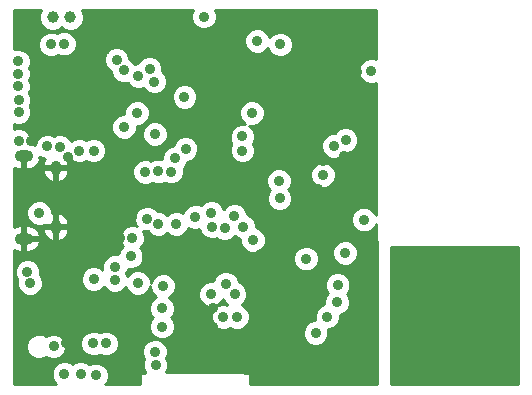
<source format=gbr>
G04 #@! TF.FileFunction,Copper,L2,Inr,Plane*
%FSLAX46Y46*%
G04 Gerber Fmt 4.6, Leading zero omitted, Abs format (unit mm)*
G04 Created by KiCad (PCBNEW (2015-01-16 BZR 5376)-product) date 07/04/2015 12:08:15*
%MOMM*%
G01*
G04 APERTURE LIST*
%ADD10C,0.100000*%
%ADD11O,0.950000X1.250000*%
%ADD12O,1.550000X1.000000*%
%ADD13C,1.000760*%
%ADD14C,0.889000*%
%ADD15C,0.254000*%
G04 APERTURE END LIST*
D10*
D11*
X74200000Y-39000000D03*
X74200000Y-34000000D03*
D12*
X71500000Y-40000000D03*
X71500000Y-33000000D03*
D13*
X73950700Y-21250000D03*
X75449300Y-21250000D03*
D14*
X74025000Y-49125000D03*
X97400000Y-36250000D03*
X74175000Y-42450000D03*
X74900000Y-41825000D03*
X75050000Y-48800000D03*
X100700000Y-48600000D03*
X98650000Y-33000000D03*
X78350000Y-24000000D03*
X76350000Y-29050000D03*
X72100000Y-31750000D03*
X75200000Y-33100000D03*
X82150000Y-21150000D03*
X87500000Y-47450000D03*
X87500000Y-45900000D03*
X93300000Y-45050000D03*
X98900000Y-50000000D03*
X96900000Y-42600000D03*
X87100000Y-31550000D03*
X86800000Y-22550000D03*
X92150000Y-25050000D03*
X91150000Y-21300000D03*
X89350000Y-34550000D03*
X75050000Y-27750000D03*
X71950000Y-23900000D03*
X72275000Y-51475000D03*
X74850000Y-46125000D03*
X71625000Y-35200000D03*
X72700000Y-35200000D03*
X100200000Y-41200000D03*
X91600000Y-41300000D03*
X87300000Y-34550000D03*
X87650000Y-50750000D03*
X79225000Y-46150000D03*
X96150000Y-25200000D03*
X96850000Y-33450000D03*
X99700000Y-25900000D03*
X98800000Y-49000000D03*
X75625000Y-35200000D03*
X79625000Y-39975000D03*
X97650000Y-29650000D03*
X89450000Y-22350000D03*
X96400000Y-35800000D03*
X80800000Y-50500000D03*
X100750000Y-21350000D03*
X72800000Y-37825000D03*
X77400000Y-43425000D03*
X96200000Y-48000000D03*
X97200000Y-46600000D03*
X71800000Y-42825000D03*
X72025000Y-43775000D03*
X83200000Y-45900000D03*
X85100000Y-28000000D03*
X100900000Y-25800000D03*
X100300000Y-38400000D03*
X84400000Y-38775000D03*
X93200000Y-23550000D03*
X86750000Y-21200000D03*
X98750000Y-31650000D03*
X83200000Y-47450000D03*
X77400000Y-32550000D03*
X76200000Y-32550000D03*
X71050000Y-31750000D03*
X79350000Y-24850000D03*
X95400000Y-41700000D03*
X98700000Y-41200000D03*
X90900000Y-40125000D03*
X82150000Y-25600000D03*
X86000000Y-38150000D03*
X71050000Y-28250000D03*
X71050000Y-29300000D03*
X73800000Y-23550000D03*
X74900000Y-23500000D03*
X98000000Y-45400000D03*
X98075000Y-43925000D03*
X88500000Y-39125000D03*
X87350000Y-44700000D03*
X89350000Y-44700000D03*
X87450000Y-38975000D03*
X87375000Y-37825000D03*
X82875000Y-38750000D03*
X81950000Y-38300000D03*
X97750000Y-32150000D03*
X96850000Y-34600000D03*
X82600000Y-31150000D03*
X82550000Y-26700000D03*
X80000000Y-30550000D03*
X79950000Y-25750000D03*
X82900000Y-34300000D03*
X80550000Y-41500000D03*
X76300000Y-51450000D03*
X80700000Y-39950000D03*
X81775000Y-34350000D03*
X74925000Y-51450000D03*
X77375000Y-48875000D03*
X82625000Y-49575000D03*
X88400000Y-46625000D03*
X89325000Y-38075000D03*
X81150000Y-43750000D03*
X77625000Y-51575000D03*
X84000000Y-34325000D03*
X90800000Y-29350000D03*
X91250000Y-23250000D03*
X81100000Y-29350000D03*
X81200000Y-26250000D03*
X71000000Y-27100000D03*
X71000000Y-25000000D03*
X71000000Y-26050000D03*
X73500000Y-32200000D03*
X74550000Y-32250000D03*
X88600000Y-43800000D03*
X83300000Y-44000000D03*
X89550000Y-46625000D03*
X82650000Y-50700000D03*
X78475000Y-48875000D03*
X90050000Y-38975000D03*
X79200000Y-42400000D03*
X84300000Y-33200000D03*
X79200000Y-43500000D03*
X85200000Y-32400000D03*
X90000000Y-31350000D03*
X90000000Y-32550000D03*
X93100000Y-35100000D03*
X93150000Y-36600000D03*
D15*
G36*
X101373000Y-52315000D02*
X99779687Y-52315000D01*
X99779687Y-40986216D01*
X99615689Y-40589311D01*
X99312286Y-40285378D01*
X98915668Y-40120687D01*
X98486216Y-40120313D01*
X98089311Y-40284311D01*
X97929687Y-40443656D01*
X97929687Y-34386216D01*
X97765689Y-33989311D01*
X97462286Y-33685378D01*
X97065668Y-33520687D01*
X96636216Y-33520313D01*
X96239311Y-33684311D01*
X95935378Y-33987714D01*
X95770687Y-34384332D01*
X95770313Y-34813784D01*
X95934311Y-35210689D01*
X96237714Y-35514622D01*
X96634332Y-35679313D01*
X97063784Y-35679687D01*
X97460689Y-35515689D01*
X97764622Y-35212286D01*
X97929313Y-34815668D01*
X97929687Y-34386216D01*
X97929687Y-40443656D01*
X97785378Y-40587714D01*
X97620687Y-40984332D01*
X97620313Y-41413784D01*
X97784311Y-41810689D01*
X98087714Y-42114622D01*
X98484332Y-42279313D01*
X98913784Y-42279687D01*
X99310689Y-42115689D01*
X99614622Y-41812286D01*
X99779313Y-41415668D01*
X99779687Y-40986216D01*
X99779687Y-52315000D01*
X99154687Y-52315000D01*
X99154687Y-43711216D01*
X98990689Y-43314311D01*
X98687286Y-43010378D01*
X98290668Y-42845687D01*
X97861216Y-42845313D01*
X97464311Y-43009311D01*
X97160378Y-43312714D01*
X96995687Y-43709332D01*
X96995313Y-44138784D01*
X97159311Y-44535689D01*
X97248421Y-44624954D01*
X97085378Y-44787714D01*
X96920687Y-45184332D01*
X96920370Y-45547519D01*
X96589311Y-45684311D01*
X96479687Y-45793743D01*
X96479687Y-41486216D01*
X96315689Y-41089311D01*
X96012286Y-40785378D01*
X95615668Y-40620687D01*
X95186216Y-40620313D01*
X94789311Y-40784311D01*
X94485378Y-41087714D01*
X94320687Y-41484332D01*
X94320313Y-41913784D01*
X94484311Y-42310689D01*
X94787714Y-42614622D01*
X95184332Y-42779313D01*
X95613784Y-42779687D01*
X96010689Y-42615689D01*
X96314622Y-42312286D01*
X96479313Y-41915668D01*
X96479687Y-41486216D01*
X96479687Y-45793743D01*
X96285378Y-45987714D01*
X96120687Y-46384332D01*
X96120313Y-46813784D01*
X96164394Y-46920468D01*
X95986216Y-46920313D01*
X95589311Y-47084311D01*
X95285378Y-47387714D01*
X95120687Y-47784332D01*
X95120313Y-48213784D01*
X95284311Y-48610689D01*
X95587714Y-48914622D01*
X95984332Y-49079313D01*
X96413784Y-49079687D01*
X96810689Y-48915689D01*
X97114622Y-48612286D01*
X97279313Y-48215668D01*
X97279687Y-47786216D01*
X97235605Y-47679531D01*
X97413784Y-47679687D01*
X97810689Y-47515689D01*
X98114622Y-47212286D01*
X98279313Y-46815668D01*
X98279629Y-46452480D01*
X98610689Y-46315689D01*
X98914622Y-46012286D01*
X99079313Y-45615668D01*
X99079687Y-45186216D01*
X98915689Y-44789311D01*
X98826578Y-44700045D01*
X98989622Y-44537286D01*
X99154313Y-44140668D01*
X99154687Y-43711216D01*
X99154687Y-52315000D01*
X94279687Y-52315000D01*
X94279687Y-23336216D01*
X94115689Y-22939311D01*
X93812286Y-22635378D01*
X93415668Y-22470687D01*
X92986216Y-22470313D01*
X92589311Y-22634311D01*
X92287932Y-22935163D01*
X92165689Y-22639311D01*
X91862286Y-22335378D01*
X91465668Y-22170687D01*
X91036216Y-22170313D01*
X90639311Y-22334311D01*
X90335378Y-22637714D01*
X90170687Y-23034332D01*
X90170313Y-23463784D01*
X90334311Y-23860689D01*
X90637714Y-24164622D01*
X91034332Y-24329313D01*
X91463784Y-24329687D01*
X91860689Y-24165689D01*
X92162067Y-23864836D01*
X92284311Y-24160689D01*
X92587714Y-24464622D01*
X92984332Y-24629313D01*
X93413784Y-24629687D01*
X93810689Y-24465689D01*
X94114622Y-24162286D01*
X94279313Y-23765668D01*
X94279687Y-23336216D01*
X94279687Y-52315000D01*
X94229687Y-52315000D01*
X94229687Y-36386216D01*
X94065689Y-35989311D01*
X93901687Y-35825023D01*
X94014622Y-35712286D01*
X94179313Y-35315668D01*
X94179687Y-34886216D01*
X94015689Y-34489311D01*
X93712286Y-34185378D01*
X93315668Y-34020687D01*
X92886216Y-34020313D01*
X92489311Y-34184311D01*
X92185378Y-34487714D01*
X92020687Y-34884332D01*
X92020313Y-35313784D01*
X92184311Y-35710689D01*
X92348312Y-35874976D01*
X92235378Y-35987714D01*
X92070687Y-36384332D01*
X92070313Y-36813784D01*
X92234311Y-37210689D01*
X92537714Y-37514622D01*
X92934332Y-37679313D01*
X93363784Y-37679687D01*
X93760689Y-37515689D01*
X94064622Y-37212286D01*
X94229313Y-36815668D01*
X94229687Y-36386216D01*
X94229687Y-52315000D01*
X91979687Y-52315000D01*
X91979687Y-39911216D01*
X91879687Y-39669197D01*
X91879687Y-29136216D01*
X91715689Y-28739311D01*
X91412286Y-28435378D01*
X91015668Y-28270687D01*
X90586216Y-28270313D01*
X90189311Y-28434311D01*
X89885378Y-28737714D01*
X89720687Y-29134332D01*
X89720313Y-29563784D01*
X89884311Y-29960689D01*
X90187714Y-30264622D01*
X90202292Y-30270675D01*
X89786216Y-30270313D01*
X89389311Y-30434311D01*
X89085378Y-30737714D01*
X88920687Y-31134332D01*
X88920313Y-31563784D01*
X89080084Y-31950461D01*
X88920687Y-32334332D01*
X88920313Y-32763784D01*
X89084311Y-33160689D01*
X89387714Y-33464622D01*
X89784332Y-33629313D01*
X90213784Y-33629687D01*
X90610689Y-33465689D01*
X90914622Y-33162286D01*
X91079313Y-32765668D01*
X91079687Y-32336216D01*
X90919915Y-31949538D01*
X91079313Y-31565668D01*
X91079687Y-31136216D01*
X90915689Y-30739311D01*
X90612286Y-30435378D01*
X90597707Y-30429324D01*
X91013784Y-30429687D01*
X91410689Y-30265689D01*
X91714622Y-29962286D01*
X91879313Y-29565668D01*
X91879687Y-29136216D01*
X91879687Y-39669197D01*
X91815689Y-39514311D01*
X91512286Y-39210378D01*
X91129434Y-39051403D01*
X91129687Y-38761216D01*
X90965689Y-38364311D01*
X90662286Y-38060378D01*
X90404606Y-37953379D01*
X90404687Y-37861216D01*
X90240689Y-37464311D01*
X89937286Y-37160378D01*
X89540668Y-36995687D01*
X89111216Y-36995313D01*
X88714311Y-37159311D01*
X88410378Y-37462714D01*
X88401831Y-37483296D01*
X88290689Y-37214311D01*
X87987286Y-36910378D01*
X87590668Y-36745687D01*
X87161216Y-36745313D01*
X86764311Y-36909311D01*
X86488969Y-37184172D01*
X86279687Y-37097270D01*
X86279687Y-32186216D01*
X86179687Y-31944197D01*
X86179687Y-27786216D01*
X86015689Y-27389311D01*
X85712286Y-27085378D01*
X85315668Y-26920687D01*
X84886216Y-26920313D01*
X84489311Y-27084311D01*
X84185378Y-27387714D01*
X84020687Y-27784332D01*
X84020313Y-28213784D01*
X84184311Y-28610689D01*
X84487714Y-28914622D01*
X84884332Y-29079313D01*
X85313784Y-29079687D01*
X85710689Y-28915689D01*
X86014622Y-28612286D01*
X86179313Y-28215668D01*
X86179687Y-27786216D01*
X86179687Y-31944197D01*
X86115689Y-31789311D01*
X85812286Y-31485378D01*
X85415668Y-31320687D01*
X84986216Y-31320313D01*
X84589311Y-31484311D01*
X84285378Y-31787714D01*
X84147248Y-32120366D01*
X84086216Y-32120313D01*
X83689311Y-32284311D01*
X83679687Y-32293918D01*
X83679687Y-30936216D01*
X83629687Y-30815206D01*
X83629687Y-26486216D01*
X83465689Y-26089311D01*
X83218505Y-25841695D01*
X83229313Y-25815668D01*
X83229687Y-25386216D01*
X83065689Y-24989311D01*
X82762286Y-24685378D01*
X82365668Y-24520687D01*
X81936216Y-24520313D01*
X81539311Y-24684311D01*
X81235378Y-24987714D01*
X81159493Y-25170463D01*
X80986216Y-25170313D01*
X80894207Y-25208330D01*
X80865689Y-25139311D01*
X80562286Y-24835378D01*
X80429561Y-24780265D01*
X80429687Y-24636216D01*
X80265689Y-24239311D01*
X79962286Y-23935378D01*
X79565668Y-23770687D01*
X79136216Y-23770313D01*
X78739311Y-23934311D01*
X78435378Y-24237714D01*
X78270687Y-24634332D01*
X78270313Y-25063784D01*
X78434311Y-25460689D01*
X78737714Y-25764622D01*
X78870438Y-25819734D01*
X78870313Y-25963784D01*
X79034311Y-26360689D01*
X79337714Y-26664622D01*
X79734332Y-26829313D01*
X80163784Y-26829687D01*
X80255792Y-26791669D01*
X80284311Y-26860689D01*
X80587714Y-27164622D01*
X80984332Y-27329313D01*
X81413784Y-27329687D01*
X81608856Y-27249084D01*
X81634311Y-27310689D01*
X81937714Y-27614622D01*
X82334332Y-27779313D01*
X82763784Y-27779687D01*
X83160689Y-27615689D01*
X83464622Y-27312286D01*
X83629313Y-26915668D01*
X83629687Y-26486216D01*
X83629687Y-30815206D01*
X83515689Y-30539311D01*
X83212286Y-30235378D01*
X82815668Y-30070687D01*
X82386216Y-30070313D01*
X82179687Y-30155649D01*
X82179687Y-29136216D01*
X82015689Y-28739311D01*
X81712286Y-28435378D01*
X81315668Y-28270687D01*
X80886216Y-28270313D01*
X80489311Y-28434311D01*
X80185378Y-28737714D01*
X80020687Y-29134332D01*
X80020394Y-29470516D01*
X79786216Y-29470313D01*
X79389311Y-29634311D01*
X79085378Y-29937714D01*
X78920687Y-30334332D01*
X78920313Y-30763784D01*
X79084311Y-31160689D01*
X79387714Y-31464622D01*
X79784332Y-31629313D01*
X80213784Y-31629687D01*
X80610689Y-31465689D01*
X80914622Y-31162286D01*
X81079313Y-30765668D01*
X81079605Y-30429483D01*
X81313784Y-30429687D01*
X81710689Y-30265689D01*
X82014622Y-29962286D01*
X82179313Y-29565668D01*
X82179687Y-29136216D01*
X82179687Y-30155649D01*
X81989311Y-30234311D01*
X81685378Y-30537714D01*
X81520687Y-30934332D01*
X81520313Y-31363784D01*
X81684311Y-31760689D01*
X81987714Y-32064622D01*
X82384332Y-32229313D01*
X82813784Y-32229687D01*
X83210689Y-32065689D01*
X83514622Y-31762286D01*
X83679313Y-31365668D01*
X83679687Y-30936216D01*
X83679687Y-32293918D01*
X83385378Y-32587714D01*
X83220687Y-32984332D01*
X83220443Y-33264193D01*
X83115668Y-33220687D01*
X82686216Y-33220313D01*
X82289311Y-33384311D01*
X82281964Y-33391644D01*
X81990668Y-33270687D01*
X81561216Y-33270313D01*
X81164311Y-33434311D01*
X80860378Y-33737714D01*
X80695687Y-34134332D01*
X80695313Y-34563784D01*
X80859311Y-34960689D01*
X81162714Y-35264622D01*
X81559332Y-35429313D01*
X81988784Y-35429687D01*
X82385689Y-35265689D01*
X82393035Y-35258355D01*
X82684332Y-35379313D01*
X83113784Y-35379687D01*
X83420160Y-35253094D01*
X83784332Y-35404313D01*
X84213784Y-35404687D01*
X84610689Y-35240689D01*
X84914622Y-34937286D01*
X85079313Y-34540668D01*
X85079687Y-34111216D01*
X85031644Y-33994944D01*
X85214622Y-33812286D01*
X85352751Y-33479633D01*
X85413784Y-33479687D01*
X85810689Y-33315689D01*
X86114622Y-33012286D01*
X86279313Y-32615668D01*
X86279687Y-32186216D01*
X86279687Y-37097270D01*
X86215668Y-37070687D01*
X85786216Y-37070313D01*
X85389311Y-37234311D01*
X85085378Y-37537714D01*
X84960350Y-37838812D01*
X84615668Y-37695687D01*
X84186216Y-37695313D01*
X83789311Y-37859311D01*
X83650001Y-37998377D01*
X83487286Y-37835378D01*
X83090668Y-37670687D01*
X82846885Y-37670474D01*
X82562286Y-37385378D01*
X82165668Y-37220687D01*
X81736216Y-37220313D01*
X81339311Y-37384311D01*
X81035378Y-37687714D01*
X80870687Y-38084332D01*
X80870313Y-38513784D01*
X81034311Y-38910689D01*
X81050104Y-38926510D01*
X80915668Y-38870687D01*
X80486216Y-38870313D01*
X80089311Y-39034311D01*
X79785378Y-39337714D01*
X79620687Y-39734332D01*
X79620313Y-40163784D01*
X79784311Y-40560689D01*
X79873486Y-40650020D01*
X79635378Y-40887714D01*
X79470687Y-41284332D01*
X79470635Y-41343511D01*
X79415668Y-41320687D01*
X78986216Y-41320313D01*
X78589311Y-41484311D01*
X78285378Y-41787714D01*
X78120687Y-42184332D01*
X78120313Y-42613784D01*
X78123703Y-42621990D01*
X78012286Y-42510378D01*
X77615668Y-42345687D01*
X77186216Y-42345313D01*
X76789311Y-42509311D01*
X76485378Y-42812714D01*
X76320687Y-43209332D01*
X76320313Y-43638784D01*
X76484311Y-44035689D01*
X76787714Y-44339622D01*
X77184332Y-44504313D01*
X77613784Y-44504687D01*
X78010689Y-44340689D01*
X78271689Y-44080143D01*
X78284311Y-44110689D01*
X78587714Y-44414622D01*
X78984332Y-44579313D01*
X79413784Y-44579687D01*
X79810689Y-44415689D01*
X80114622Y-44112286D01*
X80123168Y-44091703D01*
X80234311Y-44360689D01*
X80537714Y-44664622D01*
X80934332Y-44829313D01*
X81363784Y-44829687D01*
X81760689Y-44665689D01*
X82064622Y-44362286D01*
X82220510Y-43986866D01*
X82220313Y-44213784D01*
X82384311Y-44610689D01*
X82687714Y-44914622D01*
X82722755Y-44929172D01*
X82589311Y-44984311D01*
X82285378Y-45287714D01*
X82120687Y-45684332D01*
X82120313Y-46113784D01*
X82284311Y-46510689D01*
X82448355Y-46675020D01*
X82285378Y-46837714D01*
X82120687Y-47234332D01*
X82120313Y-47663784D01*
X82284311Y-48060689D01*
X82587714Y-48364622D01*
X82984332Y-48529313D01*
X83413784Y-48529687D01*
X83810689Y-48365689D01*
X84114622Y-48062286D01*
X84279313Y-47665668D01*
X84279687Y-47236216D01*
X84115689Y-46839311D01*
X83951644Y-46674979D01*
X84114622Y-46512286D01*
X84279313Y-46115668D01*
X84279687Y-45686216D01*
X84115689Y-45289311D01*
X83812286Y-44985378D01*
X83777244Y-44970827D01*
X83910689Y-44915689D01*
X84214622Y-44612286D01*
X84379313Y-44215668D01*
X84379687Y-43786216D01*
X84215689Y-43389311D01*
X83912286Y-43085378D01*
X83515668Y-42920687D01*
X83086216Y-42920313D01*
X82689311Y-43084311D01*
X82385378Y-43387714D01*
X82229489Y-43763133D01*
X82229687Y-43536216D01*
X82065689Y-43139311D01*
X81762286Y-42835378D01*
X81365668Y-42670687D01*
X80936216Y-42670313D01*
X80539311Y-42834311D01*
X80235378Y-43137714D01*
X80226831Y-43158296D01*
X80140625Y-42949662D01*
X80279313Y-42615668D01*
X80279364Y-42556488D01*
X80334332Y-42579313D01*
X80763784Y-42579687D01*
X81160689Y-42415689D01*
X81464622Y-42112286D01*
X81629313Y-41715668D01*
X81629687Y-41286216D01*
X81465689Y-40889311D01*
X81376513Y-40799979D01*
X81614622Y-40562286D01*
X81779313Y-40165668D01*
X81779687Y-39736216D01*
X81615689Y-39339311D01*
X81599895Y-39323489D01*
X81734332Y-39379313D01*
X81978114Y-39379525D01*
X82262714Y-39664622D01*
X82659332Y-39829313D01*
X83088784Y-39829687D01*
X83485689Y-39665689D01*
X83624998Y-39526622D01*
X83787714Y-39689622D01*
X84184332Y-39854313D01*
X84613784Y-39854687D01*
X85010689Y-39690689D01*
X85314622Y-39387286D01*
X85439649Y-39086187D01*
X85784332Y-39229313D01*
X86213784Y-39229687D01*
X86370333Y-39165001D01*
X86370313Y-39188784D01*
X86534311Y-39585689D01*
X86837714Y-39889622D01*
X87234332Y-40054313D01*
X87663784Y-40054687D01*
X87832968Y-39984781D01*
X87887714Y-40039622D01*
X88284332Y-40204313D01*
X88713784Y-40204687D01*
X89110689Y-40040689D01*
X89350020Y-39801775D01*
X89437714Y-39889622D01*
X89820565Y-40048596D01*
X89820313Y-40338784D01*
X89984311Y-40735689D01*
X90287714Y-41039622D01*
X90684332Y-41204313D01*
X91113784Y-41204687D01*
X91510689Y-41040689D01*
X91814622Y-40737286D01*
X91979313Y-40340668D01*
X91979687Y-39911216D01*
X91979687Y-52315000D01*
X90685000Y-52315000D01*
X90685000Y-52000000D01*
X90632857Y-51737862D01*
X90629687Y-51733117D01*
X90629687Y-46411216D01*
X90465689Y-46014311D01*
X90162286Y-45710378D01*
X89947437Y-45621164D01*
X89960689Y-45615689D01*
X90264622Y-45312286D01*
X90429313Y-44915668D01*
X90429687Y-44486216D01*
X90265689Y-44089311D01*
X89962286Y-43785378D01*
X89679615Y-43668002D01*
X89679687Y-43586216D01*
X89515689Y-43189311D01*
X89212286Y-42885378D01*
X88815668Y-42720687D01*
X88386216Y-42720313D01*
X87989311Y-42884311D01*
X87685378Y-43187714D01*
X87520687Y-43584332D01*
X87520655Y-43620647D01*
X87136216Y-43620313D01*
X86739311Y-43784311D01*
X86435378Y-44087714D01*
X86270687Y-44484332D01*
X86270313Y-44913784D01*
X86434311Y-45310689D01*
X86737714Y-45614622D01*
X87134332Y-45779313D01*
X87563784Y-45779687D01*
X87960689Y-45615689D01*
X88264622Y-45312286D01*
X88350006Y-45106657D01*
X88434311Y-45310689D01*
X88706586Y-45583439D01*
X88615668Y-45545687D01*
X88186216Y-45545313D01*
X87789311Y-45709311D01*
X87485378Y-46012714D01*
X87320687Y-46409332D01*
X87320313Y-46838784D01*
X87484311Y-47235689D01*
X87787714Y-47539622D01*
X88184332Y-47704313D01*
X88613784Y-47704687D01*
X88975399Y-47555270D01*
X89334332Y-47704313D01*
X89763784Y-47704687D01*
X90160689Y-47540689D01*
X90464622Y-47237286D01*
X90629313Y-46840668D01*
X90629687Y-46411216D01*
X90629687Y-51733117D01*
X90627000Y-51729096D01*
X90627000Y-51373000D01*
X90270903Y-51373000D01*
X90262138Y-51367143D01*
X90000000Y-51315000D01*
X83561903Y-51315000D01*
X83564622Y-51312286D01*
X83729313Y-50915668D01*
X83729687Y-50486216D01*
X83572978Y-50106953D01*
X83704313Y-49790668D01*
X83704687Y-49361216D01*
X83540689Y-48964311D01*
X83237286Y-48660378D01*
X82840668Y-48495687D01*
X82411216Y-48495313D01*
X82014311Y-48659311D01*
X81710378Y-48962714D01*
X81545687Y-49359332D01*
X81545313Y-49788784D01*
X81702021Y-50168046D01*
X81570687Y-50484332D01*
X81570313Y-50913784D01*
X81734311Y-51310689D01*
X81781918Y-51358379D01*
X81737862Y-51367143D01*
X81729096Y-51373000D01*
X81373000Y-51373000D01*
X81373000Y-51729096D01*
X81367143Y-51737862D01*
X81315000Y-52000000D01*
X81315000Y-52315000D01*
X79554687Y-52315000D01*
X79554687Y-48661216D01*
X79390689Y-48264311D01*
X79087286Y-47960378D01*
X78690668Y-47795687D01*
X78261216Y-47795313D01*
X77924662Y-47934374D01*
X77590668Y-47795687D01*
X77161216Y-47795313D01*
X76764311Y-47959311D01*
X76460378Y-48262714D01*
X76295687Y-48659332D01*
X76295313Y-49088784D01*
X76459311Y-49485689D01*
X76762714Y-49789622D01*
X77159332Y-49954313D01*
X77588784Y-49954687D01*
X77925337Y-49815625D01*
X78259332Y-49954313D01*
X78688784Y-49954687D01*
X79085689Y-49790689D01*
X79389622Y-49487286D01*
X79554313Y-49090668D01*
X79554687Y-48661216D01*
X79554687Y-52315000D01*
X78411684Y-52315000D01*
X78539622Y-52187286D01*
X78704313Y-51790668D01*
X78704687Y-51361216D01*
X78540689Y-50964311D01*
X78237286Y-50660378D01*
X77840668Y-50495687D01*
X77411216Y-50495313D01*
X77029668Y-50652965D01*
X76912286Y-50535378D01*
X76515668Y-50370687D01*
X76086216Y-50370313D01*
X75689311Y-50534311D01*
X75612632Y-50610855D01*
X75537286Y-50535378D01*
X75301229Y-50437358D01*
X75301229Y-39301131D01*
X75301229Y-38698869D01*
X75301229Y-34301131D01*
X75152563Y-34127000D01*
X74327000Y-34127000D01*
X74327000Y-35092734D01*
X74497938Y-35219268D01*
X74871821Y-35035552D01*
X75159568Y-34711049D01*
X75301229Y-34301131D01*
X75301229Y-38698869D01*
X75159568Y-38288951D01*
X74871821Y-37964448D01*
X74497938Y-37780732D01*
X74327000Y-37907266D01*
X74327000Y-38873000D01*
X75152563Y-38873000D01*
X75301229Y-38698869D01*
X75301229Y-39301131D01*
X75152563Y-39127000D01*
X74327000Y-39127000D01*
X74327000Y-40092734D01*
X74497938Y-40219268D01*
X74871821Y-40035552D01*
X75159568Y-39711049D01*
X75301229Y-39301131D01*
X75301229Y-50437358D01*
X75140668Y-50370687D01*
X75104687Y-50370655D01*
X75104687Y-48911216D01*
X74940689Y-48514311D01*
X74637286Y-48210378D01*
X74240668Y-48045687D01*
X74073000Y-48045540D01*
X74073000Y-40092734D01*
X74073000Y-39127000D01*
X74073000Y-38873000D01*
X74073000Y-37907266D01*
X74073000Y-35092734D01*
X74073000Y-34127000D01*
X73247437Y-34127000D01*
X73098771Y-34301131D01*
X73240432Y-34711049D01*
X73528179Y-35035552D01*
X73902062Y-35219268D01*
X74073000Y-35092734D01*
X74073000Y-37907266D01*
X73902062Y-37780732D01*
X73879529Y-37791803D01*
X73879687Y-37611216D01*
X73715689Y-37214311D01*
X73412286Y-36910378D01*
X73015668Y-36745687D01*
X72869119Y-36745559D01*
X72586216Y-36745313D01*
X72189311Y-36909311D01*
X71885378Y-37212714D01*
X71720687Y-37609332D01*
X71720313Y-38038784D01*
X71884311Y-38435689D01*
X72187714Y-38739622D01*
X72584332Y-38904313D01*
X73013784Y-38904687D01*
X73206504Y-38825056D01*
X73247437Y-38873000D01*
X74073000Y-38873000D01*
X74073000Y-39127000D01*
X73247437Y-39127000D01*
X73098771Y-39301131D01*
X73240432Y-39711049D01*
X73528179Y-40035552D01*
X73902062Y-40219268D01*
X74073000Y-40092734D01*
X74073000Y-48045540D01*
X73811216Y-48045313D01*
X73414311Y-48209311D01*
X73400241Y-48223356D01*
X73387286Y-48210378D01*
X73104687Y-48093032D01*
X73104687Y-43561216D01*
X72940689Y-43164311D01*
X72861084Y-43084567D01*
X72879313Y-43040668D01*
X72879687Y-42611216D01*
X72869119Y-42585639D01*
X72869119Y-40301874D01*
X72869119Y-39698126D01*
X72667368Y-39287237D01*
X72326678Y-38999998D01*
X71902000Y-38865000D01*
X71627000Y-38865000D01*
X71627000Y-39873000D01*
X72742954Y-39873000D01*
X72869119Y-39698126D01*
X72869119Y-40301874D01*
X72742954Y-40127000D01*
X71627000Y-40127000D01*
X71627000Y-41135000D01*
X71902000Y-41135000D01*
X72326678Y-41000002D01*
X72667368Y-40712763D01*
X72869119Y-40301874D01*
X72869119Y-42585639D01*
X72715689Y-42214311D01*
X72412286Y-41910378D01*
X72015668Y-41745687D01*
X71586216Y-41745313D01*
X71189311Y-41909311D01*
X70885378Y-42212714D01*
X70720687Y-42609332D01*
X70720313Y-43038784D01*
X70884311Y-43435689D01*
X70963915Y-43515432D01*
X70945687Y-43559332D01*
X70945313Y-43988784D01*
X71109311Y-44385689D01*
X71412714Y-44689622D01*
X71809332Y-44854313D01*
X72238784Y-44854687D01*
X72635689Y-44690689D01*
X72939622Y-44387286D01*
X73104313Y-43990668D01*
X73104687Y-43561216D01*
X73104687Y-48093032D01*
X72990668Y-48045687D01*
X72561216Y-48045313D01*
X72164311Y-48209311D01*
X71860378Y-48512714D01*
X71695687Y-48909332D01*
X71695313Y-49338784D01*
X71859311Y-49735689D01*
X72162714Y-50039622D01*
X72559332Y-50204313D01*
X72988784Y-50204687D01*
X73385689Y-50040689D01*
X73399758Y-50026643D01*
X73412714Y-50039622D01*
X73809332Y-50204313D01*
X74238784Y-50204687D01*
X74635689Y-50040689D01*
X74939622Y-49737286D01*
X75104313Y-49340668D01*
X75104687Y-48911216D01*
X75104687Y-50370655D01*
X74711216Y-50370313D01*
X74314311Y-50534311D01*
X74010378Y-50837714D01*
X73845687Y-51234332D01*
X73845313Y-51663784D01*
X74009311Y-52060689D01*
X74263178Y-52315000D01*
X70685000Y-52315000D01*
X70685000Y-41003714D01*
X71098000Y-41135000D01*
X71373000Y-41135000D01*
X71373000Y-40127000D01*
X71353000Y-40127000D01*
X71353000Y-39873000D01*
X71373000Y-39873000D01*
X71373000Y-38865000D01*
X71098000Y-38865000D01*
X70685000Y-38996285D01*
X70685000Y-34003714D01*
X71098000Y-34135000D01*
X71373000Y-34135000D01*
X71373000Y-33127000D01*
X71353000Y-33127000D01*
X71353000Y-32873000D01*
X71373000Y-32873000D01*
X71373000Y-32853000D01*
X71627000Y-32853000D01*
X71627000Y-32873000D01*
X71647000Y-32873000D01*
X71647000Y-33127000D01*
X71627000Y-33127000D01*
X71627000Y-34135000D01*
X71902000Y-34135000D01*
X72326678Y-34000002D01*
X72667368Y-33712763D01*
X72869119Y-33301874D01*
X72742955Y-33127002D01*
X72910000Y-33127002D01*
X72910000Y-33123875D01*
X73258492Y-33268583D01*
X73240432Y-33288951D01*
X73098771Y-33698869D01*
X73247437Y-33873000D01*
X74073000Y-33873000D01*
X74073000Y-33853000D01*
X74327000Y-33853000D01*
X74327000Y-33873000D01*
X75152563Y-33873000D01*
X75301229Y-33698869D01*
X75159568Y-33288951D01*
X75079876Y-33199080D01*
X75160689Y-33165689D01*
X75249673Y-33076859D01*
X75284311Y-33160689D01*
X75587714Y-33464622D01*
X75984332Y-33629313D01*
X76413784Y-33629687D01*
X76800461Y-33469915D01*
X77184332Y-33629313D01*
X77613784Y-33629687D01*
X78010689Y-33465689D01*
X78314622Y-33162286D01*
X78479313Y-32765668D01*
X78479687Y-32336216D01*
X78315689Y-31939311D01*
X78012286Y-31635378D01*
X77615668Y-31470687D01*
X77186216Y-31470313D01*
X76799538Y-31630084D01*
X76415668Y-31470687D01*
X75986216Y-31470313D01*
X75979687Y-31473010D01*
X75979687Y-23286216D01*
X75815689Y-22889311D01*
X75512286Y-22585378D01*
X75115668Y-22420687D01*
X74686216Y-22420313D01*
X74289311Y-22584311D01*
X74289308Y-22584313D01*
X74015668Y-22470687D01*
X73586216Y-22470313D01*
X73189311Y-22634311D01*
X72885378Y-22937714D01*
X72720687Y-23334332D01*
X72720313Y-23763784D01*
X72884311Y-24160689D01*
X73187714Y-24464622D01*
X73584332Y-24629313D01*
X74013784Y-24629687D01*
X74410689Y-24465689D01*
X74410691Y-24465686D01*
X74684332Y-24579313D01*
X75113784Y-24579687D01*
X75510689Y-24415689D01*
X75814622Y-24112286D01*
X75979313Y-23715668D01*
X75979687Y-23286216D01*
X75979687Y-31473010D01*
X75589311Y-31634311D01*
X75500326Y-31723140D01*
X75465689Y-31639311D01*
X75162286Y-31335378D01*
X74765668Y-31170687D01*
X74336216Y-31170313D01*
X74085079Y-31274080D01*
X73715668Y-31120687D01*
X73286216Y-31120313D01*
X72889311Y-31284311D01*
X72585378Y-31587714D01*
X72420687Y-31984332D01*
X72420604Y-32079188D01*
X72326678Y-31999998D01*
X72129337Y-31937266D01*
X72129687Y-31536216D01*
X71965689Y-31139311D01*
X71662286Y-30835378D01*
X71265668Y-30670687D01*
X70836216Y-30670313D01*
X70685000Y-30732794D01*
X70685000Y-30317304D01*
X70834332Y-30379313D01*
X71263784Y-30379687D01*
X71660689Y-30215689D01*
X71964622Y-29912286D01*
X72129313Y-29515668D01*
X72129687Y-29086216D01*
X72000981Y-28774724D01*
X72129313Y-28465668D01*
X72129687Y-28036216D01*
X71965689Y-27639311D01*
X71951024Y-27624620D01*
X72079313Y-27315668D01*
X72079687Y-26886216D01*
X71950981Y-26574724D01*
X72079313Y-26265668D01*
X72079687Y-25836216D01*
X71950981Y-25524724D01*
X72079313Y-25215668D01*
X72079687Y-24786216D01*
X71915689Y-24389311D01*
X71612286Y-24085378D01*
X71215668Y-23920687D01*
X70786216Y-23920313D01*
X70685000Y-23962134D01*
X70685000Y-20685000D01*
X72955937Y-20685000D01*
X72815518Y-21023168D01*
X72815124Y-21474850D01*
X72987611Y-21892301D01*
X73306719Y-22211967D01*
X73723868Y-22385182D01*
X74175550Y-22385576D01*
X74593001Y-22213089D01*
X74699906Y-22106370D01*
X74805319Y-22211967D01*
X75222468Y-22385182D01*
X75674150Y-22385576D01*
X76091601Y-22213089D01*
X76411267Y-21893981D01*
X76584482Y-21476832D01*
X76584876Y-21025150D01*
X76444329Y-20685000D01*
X85794981Y-20685000D01*
X85670687Y-20984332D01*
X85670313Y-21413784D01*
X85834311Y-21810689D01*
X86137714Y-22114622D01*
X86534332Y-22279313D01*
X86963784Y-22279687D01*
X87360689Y-22115689D01*
X87664622Y-21812286D01*
X87829313Y-21415668D01*
X87829687Y-20986216D01*
X87705226Y-20685000D01*
X101315000Y-20685000D01*
X101315000Y-24803457D01*
X101115668Y-24720687D01*
X100686216Y-24720313D01*
X100289311Y-24884311D01*
X99985378Y-25187714D01*
X99820687Y-25584332D01*
X99820313Y-26013784D01*
X99984311Y-26410689D01*
X100287714Y-26714622D01*
X100684332Y-26879313D01*
X101113784Y-26879687D01*
X101315000Y-26796546D01*
X101315000Y-38029661D01*
X101215689Y-37789311D01*
X100912286Y-37485378D01*
X100515668Y-37320687D01*
X100086216Y-37320313D01*
X99829687Y-37426308D01*
X99829687Y-31436216D01*
X99665689Y-31039311D01*
X99362286Y-30735378D01*
X98965668Y-30570687D01*
X98536216Y-30570313D01*
X98139311Y-30734311D01*
X97835378Y-31037714D01*
X97821738Y-31070561D01*
X97536216Y-31070313D01*
X97139311Y-31234311D01*
X96835378Y-31537714D01*
X96670687Y-31934332D01*
X96670313Y-32363784D01*
X96834311Y-32760689D01*
X97137714Y-33064622D01*
X97534332Y-33229313D01*
X97963784Y-33229687D01*
X98360689Y-33065689D01*
X98664622Y-32762286D01*
X98678261Y-32729438D01*
X98963784Y-32729687D01*
X99360689Y-32565689D01*
X99664622Y-32262286D01*
X99829313Y-31865668D01*
X99829687Y-31436216D01*
X99829687Y-37426308D01*
X99689311Y-37484311D01*
X99385378Y-37787714D01*
X99220687Y-38184332D01*
X99220313Y-38613784D01*
X99384311Y-39010689D01*
X99687714Y-39314622D01*
X100084332Y-39479313D01*
X100513784Y-39479687D01*
X100910689Y-39315689D01*
X101214622Y-39012286D01*
X101315000Y-38770550D01*
X101315000Y-40000000D01*
X101367143Y-40262138D01*
X101373000Y-40270903D01*
X101373000Y-52315000D01*
X101373000Y-52315000D01*
G37*
X101373000Y-52315000D02*
X99779687Y-52315000D01*
X99779687Y-40986216D01*
X99615689Y-40589311D01*
X99312286Y-40285378D01*
X98915668Y-40120687D01*
X98486216Y-40120313D01*
X98089311Y-40284311D01*
X97929687Y-40443656D01*
X97929687Y-34386216D01*
X97765689Y-33989311D01*
X97462286Y-33685378D01*
X97065668Y-33520687D01*
X96636216Y-33520313D01*
X96239311Y-33684311D01*
X95935378Y-33987714D01*
X95770687Y-34384332D01*
X95770313Y-34813784D01*
X95934311Y-35210689D01*
X96237714Y-35514622D01*
X96634332Y-35679313D01*
X97063784Y-35679687D01*
X97460689Y-35515689D01*
X97764622Y-35212286D01*
X97929313Y-34815668D01*
X97929687Y-34386216D01*
X97929687Y-40443656D01*
X97785378Y-40587714D01*
X97620687Y-40984332D01*
X97620313Y-41413784D01*
X97784311Y-41810689D01*
X98087714Y-42114622D01*
X98484332Y-42279313D01*
X98913784Y-42279687D01*
X99310689Y-42115689D01*
X99614622Y-41812286D01*
X99779313Y-41415668D01*
X99779687Y-40986216D01*
X99779687Y-52315000D01*
X99154687Y-52315000D01*
X99154687Y-43711216D01*
X98990689Y-43314311D01*
X98687286Y-43010378D01*
X98290668Y-42845687D01*
X97861216Y-42845313D01*
X97464311Y-43009311D01*
X97160378Y-43312714D01*
X96995687Y-43709332D01*
X96995313Y-44138784D01*
X97159311Y-44535689D01*
X97248421Y-44624954D01*
X97085378Y-44787714D01*
X96920687Y-45184332D01*
X96920370Y-45547519D01*
X96589311Y-45684311D01*
X96479687Y-45793743D01*
X96479687Y-41486216D01*
X96315689Y-41089311D01*
X96012286Y-40785378D01*
X95615668Y-40620687D01*
X95186216Y-40620313D01*
X94789311Y-40784311D01*
X94485378Y-41087714D01*
X94320687Y-41484332D01*
X94320313Y-41913784D01*
X94484311Y-42310689D01*
X94787714Y-42614622D01*
X95184332Y-42779313D01*
X95613784Y-42779687D01*
X96010689Y-42615689D01*
X96314622Y-42312286D01*
X96479313Y-41915668D01*
X96479687Y-41486216D01*
X96479687Y-45793743D01*
X96285378Y-45987714D01*
X96120687Y-46384332D01*
X96120313Y-46813784D01*
X96164394Y-46920468D01*
X95986216Y-46920313D01*
X95589311Y-47084311D01*
X95285378Y-47387714D01*
X95120687Y-47784332D01*
X95120313Y-48213784D01*
X95284311Y-48610689D01*
X95587714Y-48914622D01*
X95984332Y-49079313D01*
X96413784Y-49079687D01*
X96810689Y-48915689D01*
X97114622Y-48612286D01*
X97279313Y-48215668D01*
X97279687Y-47786216D01*
X97235605Y-47679531D01*
X97413784Y-47679687D01*
X97810689Y-47515689D01*
X98114622Y-47212286D01*
X98279313Y-46815668D01*
X98279629Y-46452480D01*
X98610689Y-46315689D01*
X98914622Y-46012286D01*
X99079313Y-45615668D01*
X99079687Y-45186216D01*
X98915689Y-44789311D01*
X98826578Y-44700045D01*
X98989622Y-44537286D01*
X99154313Y-44140668D01*
X99154687Y-43711216D01*
X99154687Y-52315000D01*
X94279687Y-52315000D01*
X94279687Y-23336216D01*
X94115689Y-22939311D01*
X93812286Y-22635378D01*
X93415668Y-22470687D01*
X92986216Y-22470313D01*
X92589311Y-22634311D01*
X92287932Y-22935163D01*
X92165689Y-22639311D01*
X91862286Y-22335378D01*
X91465668Y-22170687D01*
X91036216Y-22170313D01*
X90639311Y-22334311D01*
X90335378Y-22637714D01*
X90170687Y-23034332D01*
X90170313Y-23463784D01*
X90334311Y-23860689D01*
X90637714Y-24164622D01*
X91034332Y-24329313D01*
X91463784Y-24329687D01*
X91860689Y-24165689D01*
X92162067Y-23864836D01*
X92284311Y-24160689D01*
X92587714Y-24464622D01*
X92984332Y-24629313D01*
X93413784Y-24629687D01*
X93810689Y-24465689D01*
X94114622Y-24162286D01*
X94279313Y-23765668D01*
X94279687Y-23336216D01*
X94279687Y-52315000D01*
X94229687Y-52315000D01*
X94229687Y-36386216D01*
X94065689Y-35989311D01*
X93901687Y-35825023D01*
X94014622Y-35712286D01*
X94179313Y-35315668D01*
X94179687Y-34886216D01*
X94015689Y-34489311D01*
X93712286Y-34185378D01*
X93315668Y-34020687D01*
X92886216Y-34020313D01*
X92489311Y-34184311D01*
X92185378Y-34487714D01*
X92020687Y-34884332D01*
X92020313Y-35313784D01*
X92184311Y-35710689D01*
X92348312Y-35874976D01*
X92235378Y-35987714D01*
X92070687Y-36384332D01*
X92070313Y-36813784D01*
X92234311Y-37210689D01*
X92537714Y-37514622D01*
X92934332Y-37679313D01*
X93363784Y-37679687D01*
X93760689Y-37515689D01*
X94064622Y-37212286D01*
X94229313Y-36815668D01*
X94229687Y-36386216D01*
X94229687Y-52315000D01*
X91979687Y-52315000D01*
X91979687Y-39911216D01*
X91879687Y-39669197D01*
X91879687Y-29136216D01*
X91715689Y-28739311D01*
X91412286Y-28435378D01*
X91015668Y-28270687D01*
X90586216Y-28270313D01*
X90189311Y-28434311D01*
X89885378Y-28737714D01*
X89720687Y-29134332D01*
X89720313Y-29563784D01*
X89884311Y-29960689D01*
X90187714Y-30264622D01*
X90202292Y-30270675D01*
X89786216Y-30270313D01*
X89389311Y-30434311D01*
X89085378Y-30737714D01*
X88920687Y-31134332D01*
X88920313Y-31563784D01*
X89080084Y-31950461D01*
X88920687Y-32334332D01*
X88920313Y-32763784D01*
X89084311Y-33160689D01*
X89387714Y-33464622D01*
X89784332Y-33629313D01*
X90213784Y-33629687D01*
X90610689Y-33465689D01*
X90914622Y-33162286D01*
X91079313Y-32765668D01*
X91079687Y-32336216D01*
X90919915Y-31949538D01*
X91079313Y-31565668D01*
X91079687Y-31136216D01*
X90915689Y-30739311D01*
X90612286Y-30435378D01*
X90597707Y-30429324D01*
X91013784Y-30429687D01*
X91410689Y-30265689D01*
X91714622Y-29962286D01*
X91879313Y-29565668D01*
X91879687Y-29136216D01*
X91879687Y-39669197D01*
X91815689Y-39514311D01*
X91512286Y-39210378D01*
X91129434Y-39051403D01*
X91129687Y-38761216D01*
X90965689Y-38364311D01*
X90662286Y-38060378D01*
X90404606Y-37953379D01*
X90404687Y-37861216D01*
X90240689Y-37464311D01*
X89937286Y-37160378D01*
X89540668Y-36995687D01*
X89111216Y-36995313D01*
X88714311Y-37159311D01*
X88410378Y-37462714D01*
X88401831Y-37483296D01*
X88290689Y-37214311D01*
X87987286Y-36910378D01*
X87590668Y-36745687D01*
X87161216Y-36745313D01*
X86764311Y-36909311D01*
X86488969Y-37184172D01*
X86279687Y-37097270D01*
X86279687Y-32186216D01*
X86179687Y-31944197D01*
X86179687Y-27786216D01*
X86015689Y-27389311D01*
X85712286Y-27085378D01*
X85315668Y-26920687D01*
X84886216Y-26920313D01*
X84489311Y-27084311D01*
X84185378Y-27387714D01*
X84020687Y-27784332D01*
X84020313Y-28213784D01*
X84184311Y-28610689D01*
X84487714Y-28914622D01*
X84884332Y-29079313D01*
X85313784Y-29079687D01*
X85710689Y-28915689D01*
X86014622Y-28612286D01*
X86179313Y-28215668D01*
X86179687Y-27786216D01*
X86179687Y-31944197D01*
X86115689Y-31789311D01*
X85812286Y-31485378D01*
X85415668Y-31320687D01*
X84986216Y-31320313D01*
X84589311Y-31484311D01*
X84285378Y-31787714D01*
X84147248Y-32120366D01*
X84086216Y-32120313D01*
X83689311Y-32284311D01*
X83679687Y-32293918D01*
X83679687Y-30936216D01*
X83629687Y-30815206D01*
X83629687Y-26486216D01*
X83465689Y-26089311D01*
X83218505Y-25841695D01*
X83229313Y-25815668D01*
X83229687Y-25386216D01*
X83065689Y-24989311D01*
X82762286Y-24685378D01*
X82365668Y-24520687D01*
X81936216Y-24520313D01*
X81539311Y-24684311D01*
X81235378Y-24987714D01*
X81159493Y-25170463D01*
X80986216Y-25170313D01*
X80894207Y-25208330D01*
X80865689Y-25139311D01*
X80562286Y-24835378D01*
X80429561Y-24780265D01*
X80429687Y-24636216D01*
X80265689Y-24239311D01*
X79962286Y-23935378D01*
X79565668Y-23770687D01*
X79136216Y-23770313D01*
X78739311Y-23934311D01*
X78435378Y-24237714D01*
X78270687Y-24634332D01*
X78270313Y-25063784D01*
X78434311Y-25460689D01*
X78737714Y-25764622D01*
X78870438Y-25819734D01*
X78870313Y-25963784D01*
X79034311Y-26360689D01*
X79337714Y-26664622D01*
X79734332Y-26829313D01*
X80163784Y-26829687D01*
X80255792Y-26791669D01*
X80284311Y-26860689D01*
X80587714Y-27164622D01*
X80984332Y-27329313D01*
X81413784Y-27329687D01*
X81608856Y-27249084D01*
X81634311Y-27310689D01*
X81937714Y-27614622D01*
X82334332Y-27779313D01*
X82763784Y-27779687D01*
X83160689Y-27615689D01*
X83464622Y-27312286D01*
X83629313Y-26915668D01*
X83629687Y-26486216D01*
X83629687Y-30815206D01*
X83515689Y-30539311D01*
X83212286Y-30235378D01*
X82815668Y-30070687D01*
X82386216Y-30070313D01*
X82179687Y-30155649D01*
X82179687Y-29136216D01*
X82015689Y-28739311D01*
X81712286Y-28435378D01*
X81315668Y-28270687D01*
X80886216Y-28270313D01*
X80489311Y-28434311D01*
X80185378Y-28737714D01*
X80020687Y-29134332D01*
X80020394Y-29470516D01*
X79786216Y-29470313D01*
X79389311Y-29634311D01*
X79085378Y-29937714D01*
X78920687Y-30334332D01*
X78920313Y-30763784D01*
X79084311Y-31160689D01*
X79387714Y-31464622D01*
X79784332Y-31629313D01*
X80213784Y-31629687D01*
X80610689Y-31465689D01*
X80914622Y-31162286D01*
X81079313Y-30765668D01*
X81079605Y-30429483D01*
X81313784Y-30429687D01*
X81710689Y-30265689D01*
X82014622Y-29962286D01*
X82179313Y-29565668D01*
X82179687Y-29136216D01*
X82179687Y-30155649D01*
X81989311Y-30234311D01*
X81685378Y-30537714D01*
X81520687Y-30934332D01*
X81520313Y-31363784D01*
X81684311Y-31760689D01*
X81987714Y-32064622D01*
X82384332Y-32229313D01*
X82813784Y-32229687D01*
X83210689Y-32065689D01*
X83514622Y-31762286D01*
X83679313Y-31365668D01*
X83679687Y-30936216D01*
X83679687Y-32293918D01*
X83385378Y-32587714D01*
X83220687Y-32984332D01*
X83220443Y-33264193D01*
X83115668Y-33220687D01*
X82686216Y-33220313D01*
X82289311Y-33384311D01*
X82281964Y-33391644D01*
X81990668Y-33270687D01*
X81561216Y-33270313D01*
X81164311Y-33434311D01*
X80860378Y-33737714D01*
X80695687Y-34134332D01*
X80695313Y-34563784D01*
X80859311Y-34960689D01*
X81162714Y-35264622D01*
X81559332Y-35429313D01*
X81988784Y-35429687D01*
X82385689Y-35265689D01*
X82393035Y-35258355D01*
X82684332Y-35379313D01*
X83113784Y-35379687D01*
X83420160Y-35253094D01*
X83784332Y-35404313D01*
X84213784Y-35404687D01*
X84610689Y-35240689D01*
X84914622Y-34937286D01*
X85079313Y-34540668D01*
X85079687Y-34111216D01*
X85031644Y-33994944D01*
X85214622Y-33812286D01*
X85352751Y-33479633D01*
X85413784Y-33479687D01*
X85810689Y-33315689D01*
X86114622Y-33012286D01*
X86279313Y-32615668D01*
X86279687Y-32186216D01*
X86279687Y-37097270D01*
X86215668Y-37070687D01*
X85786216Y-37070313D01*
X85389311Y-37234311D01*
X85085378Y-37537714D01*
X84960350Y-37838812D01*
X84615668Y-37695687D01*
X84186216Y-37695313D01*
X83789311Y-37859311D01*
X83650001Y-37998377D01*
X83487286Y-37835378D01*
X83090668Y-37670687D01*
X82846885Y-37670474D01*
X82562286Y-37385378D01*
X82165668Y-37220687D01*
X81736216Y-37220313D01*
X81339311Y-37384311D01*
X81035378Y-37687714D01*
X80870687Y-38084332D01*
X80870313Y-38513784D01*
X81034311Y-38910689D01*
X81050104Y-38926510D01*
X80915668Y-38870687D01*
X80486216Y-38870313D01*
X80089311Y-39034311D01*
X79785378Y-39337714D01*
X79620687Y-39734332D01*
X79620313Y-40163784D01*
X79784311Y-40560689D01*
X79873486Y-40650020D01*
X79635378Y-40887714D01*
X79470687Y-41284332D01*
X79470635Y-41343511D01*
X79415668Y-41320687D01*
X78986216Y-41320313D01*
X78589311Y-41484311D01*
X78285378Y-41787714D01*
X78120687Y-42184332D01*
X78120313Y-42613784D01*
X78123703Y-42621990D01*
X78012286Y-42510378D01*
X77615668Y-42345687D01*
X77186216Y-42345313D01*
X76789311Y-42509311D01*
X76485378Y-42812714D01*
X76320687Y-43209332D01*
X76320313Y-43638784D01*
X76484311Y-44035689D01*
X76787714Y-44339622D01*
X77184332Y-44504313D01*
X77613784Y-44504687D01*
X78010689Y-44340689D01*
X78271689Y-44080143D01*
X78284311Y-44110689D01*
X78587714Y-44414622D01*
X78984332Y-44579313D01*
X79413784Y-44579687D01*
X79810689Y-44415689D01*
X80114622Y-44112286D01*
X80123168Y-44091703D01*
X80234311Y-44360689D01*
X80537714Y-44664622D01*
X80934332Y-44829313D01*
X81363784Y-44829687D01*
X81760689Y-44665689D01*
X82064622Y-44362286D01*
X82220510Y-43986866D01*
X82220313Y-44213784D01*
X82384311Y-44610689D01*
X82687714Y-44914622D01*
X82722755Y-44929172D01*
X82589311Y-44984311D01*
X82285378Y-45287714D01*
X82120687Y-45684332D01*
X82120313Y-46113784D01*
X82284311Y-46510689D01*
X82448355Y-46675020D01*
X82285378Y-46837714D01*
X82120687Y-47234332D01*
X82120313Y-47663784D01*
X82284311Y-48060689D01*
X82587714Y-48364622D01*
X82984332Y-48529313D01*
X83413784Y-48529687D01*
X83810689Y-48365689D01*
X84114622Y-48062286D01*
X84279313Y-47665668D01*
X84279687Y-47236216D01*
X84115689Y-46839311D01*
X83951644Y-46674979D01*
X84114622Y-46512286D01*
X84279313Y-46115668D01*
X84279687Y-45686216D01*
X84115689Y-45289311D01*
X83812286Y-44985378D01*
X83777244Y-44970827D01*
X83910689Y-44915689D01*
X84214622Y-44612286D01*
X84379313Y-44215668D01*
X84379687Y-43786216D01*
X84215689Y-43389311D01*
X83912286Y-43085378D01*
X83515668Y-42920687D01*
X83086216Y-42920313D01*
X82689311Y-43084311D01*
X82385378Y-43387714D01*
X82229489Y-43763133D01*
X82229687Y-43536216D01*
X82065689Y-43139311D01*
X81762286Y-42835378D01*
X81365668Y-42670687D01*
X80936216Y-42670313D01*
X80539311Y-42834311D01*
X80235378Y-43137714D01*
X80226831Y-43158296D01*
X80140625Y-42949662D01*
X80279313Y-42615668D01*
X80279364Y-42556488D01*
X80334332Y-42579313D01*
X80763784Y-42579687D01*
X81160689Y-42415689D01*
X81464622Y-42112286D01*
X81629313Y-41715668D01*
X81629687Y-41286216D01*
X81465689Y-40889311D01*
X81376513Y-40799979D01*
X81614622Y-40562286D01*
X81779313Y-40165668D01*
X81779687Y-39736216D01*
X81615689Y-39339311D01*
X81599895Y-39323489D01*
X81734332Y-39379313D01*
X81978114Y-39379525D01*
X82262714Y-39664622D01*
X82659332Y-39829313D01*
X83088784Y-39829687D01*
X83485689Y-39665689D01*
X83624998Y-39526622D01*
X83787714Y-39689622D01*
X84184332Y-39854313D01*
X84613784Y-39854687D01*
X85010689Y-39690689D01*
X85314622Y-39387286D01*
X85439649Y-39086187D01*
X85784332Y-39229313D01*
X86213784Y-39229687D01*
X86370333Y-39165001D01*
X86370313Y-39188784D01*
X86534311Y-39585689D01*
X86837714Y-39889622D01*
X87234332Y-40054313D01*
X87663784Y-40054687D01*
X87832968Y-39984781D01*
X87887714Y-40039622D01*
X88284332Y-40204313D01*
X88713784Y-40204687D01*
X89110689Y-40040689D01*
X89350020Y-39801775D01*
X89437714Y-39889622D01*
X89820565Y-40048596D01*
X89820313Y-40338784D01*
X89984311Y-40735689D01*
X90287714Y-41039622D01*
X90684332Y-41204313D01*
X91113784Y-41204687D01*
X91510689Y-41040689D01*
X91814622Y-40737286D01*
X91979313Y-40340668D01*
X91979687Y-39911216D01*
X91979687Y-52315000D01*
X90685000Y-52315000D01*
X90685000Y-52000000D01*
X90632857Y-51737862D01*
X90629687Y-51733117D01*
X90629687Y-46411216D01*
X90465689Y-46014311D01*
X90162286Y-45710378D01*
X89947437Y-45621164D01*
X89960689Y-45615689D01*
X90264622Y-45312286D01*
X90429313Y-44915668D01*
X90429687Y-44486216D01*
X90265689Y-44089311D01*
X89962286Y-43785378D01*
X89679615Y-43668002D01*
X89679687Y-43586216D01*
X89515689Y-43189311D01*
X89212286Y-42885378D01*
X88815668Y-42720687D01*
X88386216Y-42720313D01*
X87989311Y-42884311D01*
X87685378Y-43187714D01*
X87520687Y-43584332D01*
X87520655Y-43620647D01*
X87136216Y-43620313D01*
X86739311Y-43784311D01*
X86435378Y-44087714D01*
X86270687Y-44484332D01*
X86270313Y-44913784D01*
X86434311Y-45310689D01*
X86737714Y-45614622D01*
X87134332Y-45779313D01*
X87563784Y-45779687D01*
X87960689Y-45615689D01*
X88264622Y-45312286D01*
X88350006Y-45106657D01*
X88434311Y-45310689D01*
X88706586Y-45583439D01*
X88615668Y-45545687D01*
X88186216Y-45545313D01*
X87789311Y-45709311D01*
X87485378Y-46012714D01*
X87320687Y-46409332D01*
X87320313Y-46838784D01*
X87484311Y-47235689D01*
X87787714Y-47539622D01*
X88184332Y-47704313D01*
X88613784Y-47704687D01*
X88975399Y-47555270D01*
X89334332Y-47704313D01*
X89763784Y-47704687D01*
X90160689Y-47540689D01*
X90464622Y-47237286D01*
X90629313Y-46840668D01*
X90629687Y-46411216D01*
X90629687Y-51733117D01*
X90627000Y-51729096D01*
X90627000Y-51373000D01*
X90270903Y-51373000D01*
X90262138Y-51367143D01*
X90000000Y-51315000D01*
X83561903Y-51315000D01*
X83564622Y-51312286D01*
X83729313Y-50915668D01*
X83729687Y-50486216D01*
X83572978Y-50106953D01*
X83704313Y-49790668D01*
X83704687Y-49361216D01*
X83540689Y-48964311D01*
X83237286Y-48660378D01*
X82840668Y-48495687D01*
X82411216Y-48495313D01*
X82014311Y-48659311D01*
X81710378Y-48962714D01*
X81545687Y-49359332D01*
X81545313Y-49788784D01*
X81702021Y-50168046D01*
X81570687Y-50484332D01*
X81570313Y-50913784D01*
X81734311Y-51310689D01*
X81781918Y-51358379D01*
X81737862Y-51367143D01*
X81729096Y-51373000D01*
X81373000Y-51373000D01*
X81373000Y-51729096D01*
X81367143Y-51737862D01*
X81315000Y-52000000D01*
X81315000Y-52315000D01*
X79554687Y-52315000D01*
X79554687Y-48661216D01*
X79390689Y-48264311D01*
X79087286Y-47960378D01*
X78690668Y-47795687D01*
X78261216Y-47795313D01*
X77924662Y-47934374D01*
X77590668Y-47795687D01*
X77161216Y-47795313D01*
X76764311Y-47959311D01*
X76460378Y-48262714D01*
X76295687Y-48659332D01*
X76295313Y-49088784D01*
X76459311Y-49485689D01*
X76762714Y-49789622D01*
X77159332Y-49954313D01*
X77588784Y-49954687D01*
X77925337Y-49815625D01*
X78259332Y-49954313D01*
X78688784Y-49954687D01*
X79085689Y-49790689D01*
X79389622Y-49487286D01*
X79554313Y-49090668D01*
X79554687Y-48661216D01*
X79554687Y-52315000D01*
X78411684Y-52315000D01*
X78539622Y-52187286D01*
X78704313Y-51790668D01*
X78704687Y-51361216D01*
X78540689Y-50964311D01*
X78237286Y-50660378D01*
X77840668Y-50495687D01*
X77411216Y-50495313D01*
X77029668Y-50652965D01*
X76912286Y-50535378D01*
X76515668Y-50370687D01*
X76086216Y-50370313D01*
X75689311Y-50534311D01*
X75612632Y-50610855D01*
X75537286Y-50535378D01*
X75301229Y-50437358D01*
X75301229Y-39301131D01*
X75301229Y-38698869D01*
X75301229Y-34301131D01*
X75152563Y-34127000D01*
X74327000Y-34127000D01*
X74327000Y-35092734D01*
X74497938Y-35219268D01*
X74871821Y-35035552D01*
X75159568Y-34711049D01*
X75301229Y-34301131D01*
X75301229Y-38698869D01*
X75159568Y-38288951D01*
X74871821Y-37964448D01*
X74497938Y-37780732D01*
X74327000Y-37907266D01*
X74327000Y-38873000D01*
X75152563Y-38873000D01*
X75301229Y-38698869D01*
X75301229Y-39301131D01*
X75152563Y-39127000D01*
X74327000Y-39127000D01*
X74327000Y-40092734D01*
X74497938Y-40219268D01*
X74871821Y-40035552D01*
X75159568Y-39711049D01*
X75301229Y-39301131D01*
X75301229Y-50437358D01*
X75140668Y-50370687D01*
X75104687Y-50370655D01*
X75104687Y-48911216D01*
X74940689Y-48514311D01*
X74637286Y-48210378D01*
X74240668Y-48045687D01*
X74073000Y-48045540D01*
X74073000Y-40092734D01*
X74073000Y-39127000D01*
X74073000Y-38873000D01*
X74073000Y-37907266D01*
X74073000Y-35092734D01*
X74073000Y-34127000D01*
X73247437Y-34127000D01*
X73098771Y-34301131D01*
X73240432Y-34711049D01*
X73528179Y-35035552D01*
X73902062Y-35219268D01*
X74073000Y-35092734D01*
X74073000Y-37907266D01*
X73902062Y-37780732D01*
X73879529Y-37791803D01*
X73879687Y-37611216D01*
X73715689Y-37214311D01*
X73412286Y-36910378D01*
X73015668Y-36745687D01*
X72869119Y-36745559D01*
X72586216Y-36745313D01*
X72189311Y-36909311D01*
X71885378Y-37212714D01*
X71720687Y-37609332D01*
X71720313Y-38038784D01*
X71884311Y-38435689D01*
X72187714Y-38739622D01*
X72584332Y-38904313D01*
X73013784Y-38904687D01*
X73206504Y-38825056D01*
X73247437Y-38873000D01*
X74073000Y-38873000D01*
X74073000Y-39127000D01*
X73247437Y-39127000D01*
X73098771Y-39301131D01*
X73240432Y-39711049D01*
X73528179Y-40035552D01*
X73902062Y-40219268D01*
X74073000Y-40092734D01*
X74073000Y-48045540D01*
X73811216Y-48045313D01*
X73414311Y-48209311D01*
X73400241Y-48223356D01*
X73387286Y-48210378D01*
X73104687Y-48093032D01*
X73104687Y-43561216D01*
X72940689Y-43164311D01*
X72861084Y-43084567D01*
X72879313Y-43040668D01*
X72879687Y-42611216D01*
X72869119Y-42585639D01*
X72869119Y-40301874D01*
X72869119Y-39698126D01*
X72667368Y-39287237D01*
X72326678Y-38999998D01*
X71902000Y-38865000D01*
X71627000Y-38865000D01*
X71627000Y-39873000D01*
X72742954Y-39873000D01*
X72869119Y-39698126D01*
X72869119Y-40301874D01*
X72742954Y-40127000D01*
X71627000Y-40127000D01*
X71627000Y-41135000D01*
X71902000Y-41135000D01*
X72326678Y-41000002D01*
X72667368Y-40712763D01*
X72869119Y-40301874D01*
X72869119Y-42585639D01*
X72715689Y-42214311D01*
X72412286Y-41910378D01*
X72015668Y-41745687D01*
X71586216Y-41745313D01*
X71189311Y-41909311D01*
X70885378Y-42212714D01*
X70720687Y-42609332D01*
X70720313Y-43038784D01*
X70884311Y-43435689D01*
X70963915Y-43515432D01*
X70945687Y-43559332D01*
X70945313Y-43988784D01*
X71109311Y-44385689D01*
X71412714Y-44689622D01*
X71809332Y-44854313D01*
X72238784Y-44854687D01*
X72635689Y-44690689D01*
X72939622Y-44387286D01*
X73104313Y-43990668D01*
X73104687Y-43561216D01*
X73104687Y-48093032D01*
X72990668Y-48045687D01*
X72561216Y-48045313D01*
X72164311Y-48209311D01*
X71860378Y-48512714D01*
X71695687Y-48909332D01*
X71695313Y-49338784D01*
X71859311Y-49735689D01*
X72162714Y-50039622D01*
X72559332Y-50204313D01*
X72988784Y-50204687D01*
X73385689Y-50040689D01*
X73399758Y-50026643D01*
X73412714Y-50039622D01*
X73809332Y-50204313D01*
X74238784Y-50204687D01*
X74635689Y-50040689D01*
X74939622Y-49737286D01*
X75104313Y-49340668D01*
X75104687Y-48911216D01*
X75104687Y-50370655D01*
X74711216Y-50370313D01*
X74314311Y-50534311D01*
X74010378Y-50837714D01*
X73845687Y-51234332D01*
X73845313Y-51663784D01*
X74009311Y-52060689D01*
X74263178Y-52315000D01*
X70685000Y-52315000D01*
X70685000Y-41003714D01*
X71098000Y-41135000D01*
X71373000Y-41135000D01*
X71373000Y-40127000D01*
X71353000Y-40127000D01*
X71353000Y-39873000D01*
X71373000Y-39873000D01*
X71373000Y-38865000D01*
X71098000Y-38865000D01*
X70685000Y-38996285D01*
X70685000Y-34003714D01*
X71098000Y-34135000D01*
X71373000Y-34135000D01*
X71373000Y-33127000D01*
X71353000Y-33127000D01*
X71353000Y-32873000D01*
X71373000Y-32873000D01*
X71373000Y-32853000D01*
X71627000Y-32853000D01*
X71627000Y-32873000D01*
X71647000Y-32873000D01*
X71647000Y-33127000D01*
X71627000Y-33127000D01*
X71627000Y-34135000D01*
X71902000Y-34135000D01*
X72326678Y-34000002D01*
X72667368Y-33712763D01*
X72869119Y-33301874D01*
X72742955Y-33127002D01*
X72910000Y-33127002D01*
X72910000Y-33123875D01*
X73258492Y-33268583D01*
X73240432Y-33288951D01*
X73098771Y-33698869D01*
X73247437Y-33873000D01*
X74073000Y-33873000D01*
X74073000Y-33853000D01*
X74327000Y-33853000D01*
X74327000Y-33873000D01*
X75152563Y-33873000D01*
X75301229Y-33698869D01*
X75159568Y-33288951D01*
X75079876Y-33199080D01*
X75160689Y-33165689D01*
X75249673Y-33076859D01*
X75284311Y-33160689D01*
X75587714Y-33464622D01*
X75984332Y-33629313D01*
X76413784Y-33629687D01*
X76800461Y-33469915D01*
X77184332Y-33629313D01*
X77613784Y-33629687D01*
X78010689Y-33465689D01*
X78314622Y-33162286D01*
X78479313Y-32765668D01*
X78479687Y-32336216D01*
X78315689Y-31939311D01*
X78012286Y-31635378D01*
X77615668Y-31470687D01*
X77186216Y-31470313D01*
X76799538Y-31630084D01*
X76415668Y-31470687D01*
X75986216Y-31470313D01*
X75979687Y-31473010D01*
X75979687Y-23286216D01*
X75815689Y-22889311D01*
X75512286Y-22585378D01*
X75115668Y-22420687D01*
X74686216Y-22420313D01*
X74289311Y-22584311D01*
X74289308Y-22584313D01*
X74015668Y-22470687D01*
X73586216Y-22470313D01*
X73189311Y-22634311D01*
X72885378Y-22937714D01*
X72720687Y-23334332D01*
X72720313Y-23763784D01*
X72884311Y-24160689D01*
X73187714Y-24464622D01*
X73584332Y-24629313D01*
X74013784Y-24629687D01*
X74410689Y-24465689D01*
X74410691Y-24465686D01*
X74684332Y-24579313D01*
X75113784Y-24579687D01*
X75510689Y-24415689D01*
X75814622Y-24112286D01*
X75979313Y-23715668D01*
X75979687Y-23286216D01*
X75979687Y-31473010D01*
X75589311Y-31634311D01*
X75500326Y-31723140D01*
X75465689Y-31639311D01*
X75162286Y-31335378D01*
X74765668Y-31170687D01*
X74336216Y-31170313D01*
X74085079Y-31274080D01*
X73715668Y-31120687D01*
X73286216Y-31120313D01*
X72889311Y-31284311D01*
X72585378Y-31587714D01*
X72420687Y-31984332D01*
X72420604Y-32079188D01*
X72326678Y-31999998D01*
X72129337Y-31937266D01*
X72129687Y-31536216D01*
X71965689Y-31139311D01*
X71662286Y-30835378D01*
X71265668Y-30670687D01*
X70836216Y-30670313D01*
X70685000Y-30732794D01*
X70685000Y-30317304D01*
X70834332Y-30379313D01*
X71263784Y-30379687D01*
X71660689Y-30215689D01*
X71964622Y-29912286D01*
X72129313Y-29515668D01*
X72129687Y-29086216D01*
X72000981Y-28774724D01*
X72129313Y-28465668D01*
X72129687Y-28036216D01*
X71965689Y-27639311D01*
X71951024Y-27624620D01*
X72079313Y-27315668D01*
X72079687Y-26886216D01*
X71950981Y-26574724D01*
X72079313Y-26265668D01*
X72079687Y-25836216D01*
X71950981Y-25524724D01*
X72079313Y-25215668D01*
X72079687Y-24786216D01*
X71915689Y-24389311D01*
X71612286Y-24085378D01*
X71215668Y-23920687D01*
X70786216Y-23920313D01*
X70685000Y-23962134D01*
X70685000Y-20685000D01*
X72955937Y-20685000D01*
X72815518Y-21023168D01*
X72815124Y-21474850D01*
X72987611Y-21892301D01*
X73306719Y-22211967D01*
X73723868Y-22385182D01*
X74175550Y-22385576D01*
X74593001Y-22213089D01*
X74699906Y-22106370D01*
X74805319Y-22211967D01*
X75222468Y-22385182D01*
X75674150Y-22385576D01*
X76091601Y-22213089D01*
X76411267Y-21893981D01*
X76584482Y-21476832D01*
X76584876Y-21025150D01*
X76444329Y-20685000D01*
X85794981Y-20685000D01*
X85670687Y-20984332D01*
X85670313Y-21413784D01*
X85834311Y-21810689D01*
X86137714Y-22114622D01*
X86534332Y-22279313D01*
X86963784Y-22279687D01*
X87360689Y-22115689D01*
X87664622Y-21812286D01*
X87829313Y-21415668D01*
X87829687Y-20986216D01*
X87705226Y-20685000D01*
X101315000Y-20685000D01*
X101315000Y-24803457D01*
X101115668Y-24720687D01*
X100686216Y-24720313D01*
X100289311Y-24884311D01*
X99985378Y-25187714D01*
X99820687Y-25584332D01*
X99820313Y-26013784D01*
X99984311Y-26410689D01*
X100287714Y-26714622D01*
X100684332Y-26879313D01*
X101113784Y-26879687D01*
X101315000Y-26796546D01*
X101315000Y-38029661D01*
X101215689Y-37789311D01*
X100912286Y-37485378D01*
X100515668Y-37320687D01*
X100086216Y-37320313D01*
X99829687Y-37426308D01*
X99829687Y-31436216D01*
X99665689Y-31039311D01*
X99362286Y-30735378D01*
X98965668Y-30570687D01*
X98536216Y-30570313D01*
X98139311Y-30734311D01*
X97835378Y-31037714D01*
X97821738Y-31070561D01*
X97536216Y-31070313D01*
X97139311Y-31234311D01*
X96835378Y-31537714D01*
X96670687Y-31934332D01*
X96670313Y-32363784D01*
X96834311Y-32760689D01*
X97137714Y-33064622D01*
X97534332Y-33229313D01*
X97963784Y-33229687D01*
X98360689Y-33065689D01*
X98664622Y-32762286D01*
X98678261Y-32729438D01*
X98963784Y-32729687D01*
X99360689Y-32565689D01*
X99664622Y-32262286D01*
X99829313Y-31865668D01*
X99829687Y-31436216D01*
X99829687Y-37426308D01*
X99689311Y-37484311D01*
X99385378Y-37787714D01*
X99220687Y-38184332D01*
X99220313Y-38613784D01*
X99384311Y-39010689D01*
X99687714Y-39314622D01*
X100084332Y-39479313D01*
X100513784Y-39479687D01*
X100910689Y-39315689D01*
X101214622Y-39012286D01*
X101315000Y-38770550D01*
X101315000Y-40000000D01*
X101367143Y-40262138D01*
X101373000Y-40270903D01*
X101373000Y-52315000D01*
G36*
X113315000Y-52315000D02*
X102627000Y-52315000D01*
X102627000Y-40685000D01*
X113315000Y-40685000D01*
X113315000Y-52315000D01*
X113315000Y-52315000D01*
G37*
X113315000Y-52315000D02*
X102627000Y-52315000D01*
X102627000Y-40685000D01*
X113315000Y-40685000D01*
X113315000Y-52315000D01*
M02*

</source>
